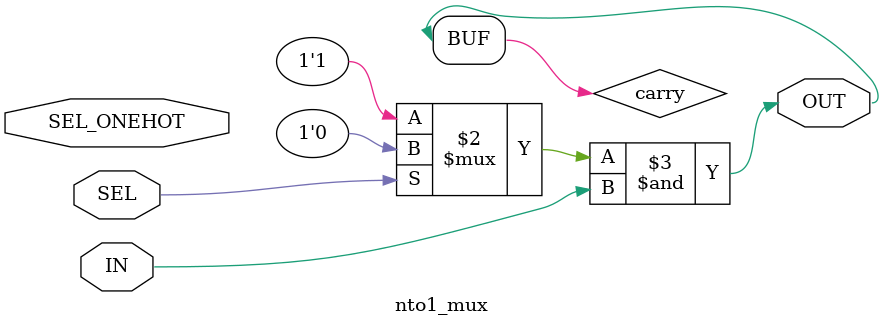
<source format=v>

`timescale 1ps/1ps
`default_nettype none

module nto1_mux #
  (
   parameter integer C_RATIO         =  1,  // Range: >=1
   parameter integer C_SEL_WIDTH     =  1,  // Range: >=1; recommended: ceil_log2(C_RATIO)
   parameter integer C_DATAOUT_WIDTH =  1,  // Range: >=1
   parameter integer C_ONEHOT        =  0   // Values: 0 = binary-encoded (use SEL); 1 = one-hot (use SEL_ONEHOT)
   )
  (
   input  wire [C_RATIO-1:0]                 SEL_ONEHOT,  // One-hot mux select (only used if C_ONEHOT=1)
   input  wire [C_SEL_WIDTH-1:0]             SEL,         // Binary-encoded mux select (only used if C_ONEHOT=0)
   input  wire [C_RATIO*C_DATAOUT_WIDTH-1:0] IN,          // Data input array (num_selections x data_width)
   output wire [C_DATAOUT_WIDTH-1:0]         OUT          // Data output vector
   );

  wire [C_DATAOUT_WIDTH*C_RATIO-1:0] carry;
  genvar i;
  
  generate
    if (C_ONEHOT == 0) begin : gen_encoded
      assign carry[C_DATAOUT_WIDTH-1:0] = {C_DATAOUT_WIDTH{(SEL==0)?1'b1:1'b0}} & IN[C_DATAOUT_WIDTH-1:0];
      for (i=1;i<C_RATIO;i=i+1) begin : gen_carrychain_enc
        assign carry[(i+1)*C_DATAOUT_WIDTH-1:i*C_DATAOUT_WIDTH] = 
               carry[i*C_DATAOUT_WIDTH-1:(i-1)*C_DATAOUT_WIDTH] |
               {C_DATAOUT_WIDTH{(SEL==i)?1'b1:1'b0}} & IN[(i+1)*C_DATAOUT_WIDTH-1:i*C_DATAOUT_WIDTH];
      end
    end else begin : gen_onehot
      assign carry[C_DATAOUT_WIDTH-1:0] = {C_DATAOUT_WIDTH{SEL_ONEHOT[0]}} & IN[C_DATAOUT_WIDTH-1:0];
      for (i=1;i<C_RATIO;i=i+1) begin : gen_carrychain_hot
        assign carry[(i+1)*C_DATAOUT_WIDTH-1:i*C_DATAOUT_WIDTH] = 
               carry[i*C_DATAOUT_WIDTH-1:(i-1)*C_DATAOUT_WIDTH] |
               {C_DATAOUT_WIDTH{SEL_ONEHOT[i]}} & IN[(i+1)*C_DATAOUT_WIDTH-1:i*C_DATAOUT_WIDTH];
      end
    end
  endgenerate
  assign OUT = carry[C_DATAOUT_WIDTH*C_RATIO-1:
                     C_DATAOUT_WIDTH*(C_RATIO-1)];
endmodule

`default_nettype wire

</source>
